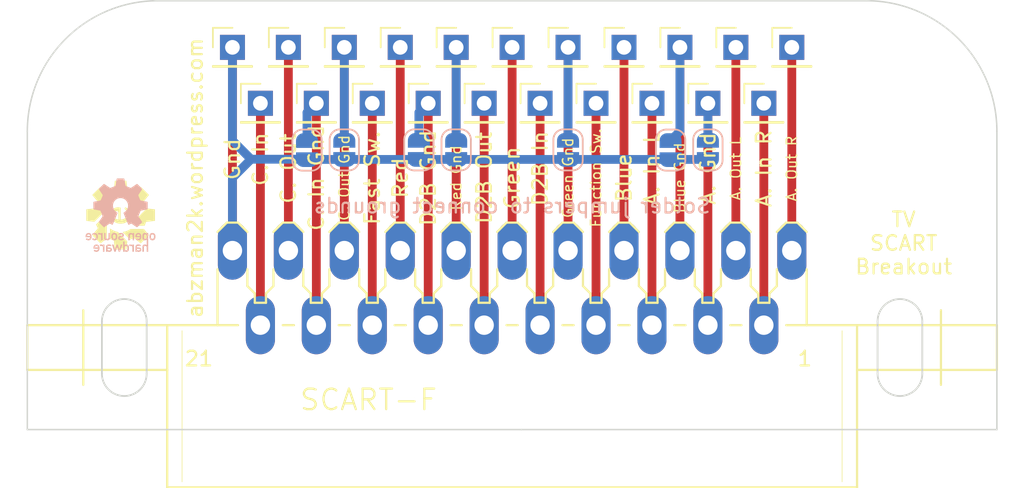
<source format=kicad_pcb>
(kicad_pcb (version 20211014) (generator pcbnew)
  (layers (0 "F.Cu" signal) (31 "B.Cu" signal) (34 "B.Paste" user) (35 "F.Paste" user) (36 "B.SilkS" user "B.Silkscreen") (37 "F.SilkS" user "F.Silkscreen") (38 "B.Mask" user) (39 "F.Mask" user) (44 "Edge.Cuts" user))
  (net 0 "")
  (net 1 "Net-(J1-Pad1)")
  (net 2 "Net-(J1-Pad2)")
  (net 3 "Net-(J16-Pad13)")
  (net 4 "Net-(J11-Pad1)")
  (net 5 "Net-(J13-Pad1)")
  (net 6 "Net-(J16-Pad19)")
  (net 7 "Net-(J16-Pad15)")
  (net 8 "Net-(J10-Pad1)")
  (net 9 "Net-(J12-Pad1)")
  (net 10 "Net-(J14-Pad1)")
  (net 11 "Net-(J15-Pad1)")
  (net 12 "Net-(J16-Pad2)")
  (net 13 "Net-(J16-Pad4)")
  (net 14 "Net-(J16-Pad6)")
  (net 15 "Net-(J16-Pad8)")
  (net 16 "Net-(J16-Pad10)")
  (net 17 "Net-(J16-Pad12)")
  (net 18 "Net-(J16-Pad14)")
  (net 19 "Net-(J16-Pad16)")
  (net 20 "Net-(J16-Pad18)")
  (net 21 "Net-(J16-Pad20)")
  (footprint "Connector_PinHeader_2.54mm:PinHeader_1x01_P2.54mm_Vertical" (layer "F.Cu") (at 146.685 161.925)
    (fp_text reference "J15" hide)
    (fp_text value "A. Out R" (at 0 8.255 90) (layer "F.SilkS") (effects (font (size 0.7 0.7) (thickness 0.1))))
    (pad "1" thru_hole rect locked (at 0 0) (size 1.7 1.7) (drill 1) (layers *.Cu *.Mask) (net 11 "Net-(J15-Pad1)"))
  )
  (footprint "Connector_PinHeader_2.54mm:PinHeader_1x01_P2.54mm_Vertical" (layer "F.Cu") (at 129.54 165.735)
    (fp_text reference "J22" hide)
    (fp_text value "D2B In" (at 0 4.445 90) (layer "F.SilkS"))
    (pad "1" thru_hole rect locked (at 0 0) (size 1.7 1.7) (drill 1) (layers *.Cu *.Mask) (net 16 "Net-(J16-Pad10)"))
  )
  (footprint "Connector_PinHeader_2.54mm:PinHeader_1x01_P2.54mm_Vertical" (layer "F.Cu") (at 118.11 165.735)
    (fp_text reference "J19" hide)
    (fp_text value "Fast Sw." (at 0 5.08 90) (layer "F.SilkS"))
    (pad "1" thru_hole rect locked (at 0 0) (size 1.7 1.7) (drill 1) (layers *.Cu *.Mask) (net 19 "Net-(J16-Pad16)"))
  )
  (footprint "Evan's misc parts:Evan Logo" (layer "F.Cu") (at 100.965 173.355 90)
    (fp_text reference "G***" hide)
    (fp_text value "LOGO" hide)
  )
  (footprint "MountingHole:MountingHole_3.2mm_M3" (layer "F.Cu") (at 102.235 165.735)
    (fp_text reference "REF**" hide)
    (fp_text value "MountingHole_3.2mm_M3")
    (pad "" np_thru_hole circle locked (at 0 0) (size 3.2 3.2) (drill 3.2) (layers *.Cu *.Mask))
  )
  (footprint "Connector_PinHeader_2.54mm:PinHeader_1x01_P2.54mm_Vertical" (layer "F.Cu") (at 110.49 165.735)
    (fp_text reference "J17" hide)
    (fp_text value "C. In" (at 0 3.81 90) (layer "F.SilkS"))
    (pad "1" thru_hole rect locked (at 0 0) (size 1.7 1.7) (drill 1) (layers *.Cu *.Mask) (net 21 "Net-(J16-Pad20)"))
  )
  (footprint "Connector_PinHeader_2.54mm:PinHeader_1x01_P2.54mm_Vertical" (layer "F.Cu") (at 121.92 165.735)
    (fp_text reference "J20" hide)
    (fp_text value "D2B Gnd" (at 0 5.08 90) (layer "F.SilkS"))
    (pad "1" thru_hole rect locked (at 0 0) (size 1.7 1.7) (drill 1) (layers *.Cu *.Mask) (net 18 "Net-(J16-Pad14)"))
  )
  (footprint "MountingHole:MountingHole_3.2mm_M3" (layer "F.Cu") (at 153.035 165.735)
    (fp_text reference "REF**" hide)
    (fp_text value "MountingHole_3.2mm_M3")
    (pad "" np_thru_hole circle locked (at 0 0) (size 3.2 3.2) (drill 3.2) (layers *.Cu *.Mask))
  )
  (footprint "Connector_PinHeader_2.54mm:PinHeader_1x01_P2.54mm_Vertical" (layer "F.Cu") (at 108.585 161.925)
    (fp_text reference "J5" hide)
    (fp_text value "Gnd" (at 0 7.62 90) (layer "F.SilkS"))
    (pad "1" thru_hole rect locked (at 0 0) (size 1.7 1.7) (drill 1) (layers *.Cu *.Mask) (net 1 "Net-(J1-Pad1)"))
  )
  (footprint "Connector_PinHeader_2.54mm:PinHeader_1x01_P2.54mm_Vertical" (layer "F.Cu") (at 133.35 165.735)
    (fp_text reference "J23" hide)
    (fp_text value "Function Sw." (at 0 5.08 90) (layer "F.SilkS") (effects (font (size 0.7 0.7) (thickness 0.1))))
    (pad "1" thru_hole rect locked (at 0 0) (size 1.7 1.7) (drill 1) (layers *.Cu *.Mask) (net 15 "Net-(J16-Pad8)"))
  )
  (footprint "Connector_PinHeader_2.54mm:PinHeader_1x01_P2.54mm_Vertical" (layer "F.Cu") (at 137.16 165.735)
    (fp_text reference "J24" hide)
    (fp_text value "A. In L" (at 0 4.445 90) (layer "F.SilkS"))
    (pad "1" thru_hole rect locked (at 0 0) (size 1.7 1.7) (drill 1) (layers *.Cu *.Mask) (net 14 "Net-(J16-Pad6)"))
  )
  (footprint "Connector_PinHeader_2.54mm:PinHeader_1x01_P2.54mm_Vertical" (layer "F.Cu") (at 114.3 165.735)
    (fp_text reference "J18" hide)
    (fp_text value "C. In Gnd" (at 0 5.08 90) (layer "F.SilkS"))
    (pad "1" thru_hole rect locked (at 0 0) (size 1.7 1.7) (drill 1) (layers *.Cu *.Mask) (net 20 "Net-(J16-Pad18)"))
  )
  (footprint "Connector_PinHeader_2.54mm:PinHeader_1x01_P2.54mm_Vertical" (layer "F.Cu") (at 116.205 161.925)
    (fp_text reference "J7" hide)
    (fp_text value "C. Out Gnd" (at 0 8.89 90) (layer "F.SilkS") (effects (font (size 0.7 0.7) (thickness 0.1))))
    (pad "1" thru_hole rect locked (at 0 0) (size 1.7 1.7) (drill 1) (layers *.Cu *.Mask) (net 2 "Net-(J1-Pad2)"))
  )
  (footprint "Connector_PinHeader_2.54mm:PinHeader_1x01_P2.54mm_Vertical" (layer "F.Cu") (at 142.875 161.925)
    (fp_text reference "J14" hide)
    (fp_text value "A. Out L" (at 0 8.255 90) (layer "F.SilkS") (effects (font (size 0.7 0.7) (thickness 0.1))))
    (pad "1" thru_hole rect locked (at 0 0) (size 1.7 1.7) (drill 1) (layers *.Cu *.Mask) (net 10 "Net-(J14-Pad1)"))
  )
  (footprint "Connector_PinHeader_2.54mm:PinHeader_1x01_P2.54mm_Vertical" (layer "F.Cu") (at 139.065 161.925)
    (fp_text reference "J13" hide)
    (fp_text value "Blue Gnd" (at 0 8.89 90) (layer "F.SilkS") (effects (font (size 0.7 0.7) (thickness 0.1))))
    (pad "1" thru_hole rect locked (at 0 0) (size 1.7 1.7) (drill 1) (layers *.Cu *.Mask) (net 5 "Net-(J13-Pad1)"))
  )
  (footprint "Connector_PinHeader_2.54mm:PinHeader_1x01_P2.54mm_Vertical" (layer "F.Cu") (at 120.015 161.925)
    (fp_text reference "J8" hide)
    (fp_text value "Red" (at 0 8.89 90) (layer "F.SilkS"))
    (pad "1" thru_hole rect locked (at 0 0) (size 1.7 1.7) (drill 1) (layers *.Cu *.Mask) (net 7 "Net-(J16-Pad15)"))
  )
  (footprint "Connector_PinHeader_2.54mm:PinHeader_1x01_P2.54mm_Vertical" (layer "F.Cu") (at 144.78 165.735)
    (fp_text reference "J26" hide)
    (fp_text value "A. In R" (at 0 4.445 90) (layer "F.SilkS"))
    (pad "1" thru_hole rect locked (at 0 0) (size 1.7 1.7) (drill 1) (layers *.Cu *.Mask) (net 12 "Net-(J16-Pad2)"))
  )
  (footprint "Evan's misc parts:SCART-F" (layer "F.Cu") (at 127.635 180.848)
    (fp_text reference "J16" hide)
    (fp_text value "SCART-F")
    (fp_text user "SCART-F" (at -9.779 5.08) (layer "F.SilkS") (effects (font (size 1.4 1.4))))
    (fp_text user "1" (at 19.939 2.286) (layer "F.SilkS"))
    (fp_text user "21" (at -21.336 2.286) (layer "F.SilkS"))
    (fp_line (start -24.892 -0.254) (end -24.892 3.302) (layer "Edge.Cuts") (width 0.12))
    (fp_line (start -27.94 -0.254) (end -27.94 3.302) (layer "Edge.Cuts") (width 0.12))
    (fp_line (start 27.94 -0.254) (end 27.94 3.302) (layer "Edge.Cuts") (width 0.12))
    (fp_line (start 24.892 3.302) (end 24.892 -0.254) (layer "Edge.Cuts") (width 0.12))
    (fp_arc (start -24.892 3.302) (mid -26.416 4.826) (end -27.94 3.302) (layer "Edge.Cuts") (width 0.12))
    (fp_arc (start 27.94 3.302) (mid 26.416 4.826) (end 24.892 3.302) (layer "Edge.Cuts") (width 0.12))
    (fp_arc (start -27.94 -0.254) (mid -26.416 -1.778) (end -24.892 -0.254) (layer "Edge.Cuts") (width 0.12))
    (fp_arc (start 24.892 -0.254) (mid 26.416 -1.778) (end 27.94 -0.254) (layer "Edge.Cuts") (width 0.12))
    (pad "1" thru_hole oval (at 19.05 -5.08) (size 1.9812 3.9624) (drill 1.3208) (layers *.Cu *.Mask) (net 11 "Net-(J15-Pad1)"))
    (pad "2" thru_hole oval (at 17.145 0) (size 1.9812 3.9624) (drill 1.3208) (layers *.Cu *.Mask) (net 12 "Net-(J16-Pad2)"))
    (pad "3" thru_hole oval (at 15.24 -5.08) (size 1.9812 3.9624) (drill 1.3208) (layers *.Cu *.Mask) (net 10 "Net-(J14-Pad1)"))
    (pad "4" thru_hole oval (at 13.335 0) (size 1.9812 3.9624) (drill 1.3208) (layers *.Cu *.Mask) (net 13 "Net-(J16-Pad4)"))
    (pad "5" thru_hole oval (at 11.43 -5.08) (size 1.9812 3.9624) (drill 1.3208) (layers *.Cu *.Mask) (net 5 "Net-(J13-Pad1)"))
    (pad "6" thru_hole oval (at 9.525 0) (size 1.9812 3.9624) (drill 1.3208) (layers *.Cu *.Mask) (net 14 "Net-(J16-Pad6)"))
    (pad "7" thru_hole oval (at 7.62 -5.08) (size 1.9812 3.9624) (drill 1.3208) (layers *.Cu *.Mask) (net 9 "Net-(J12-Pad1)"))
    (pad "8" thru_hole oval (at 5.715 0) (size 1.9812 3.9624) (drill 1.3208) (layers *.Cu *.Mask) (net 15 "Net-(J16-Pad8)"))
    (pad "9" thru_hole oval (at 3.81 -5.08) (size 1.9812 3.9624) (drill 1.3208) (layers *.Cu *.Mask) (net 4 "Net-(J11-Pad1)"))
    (pad "10" thru_hole oval (at 1.905 0) (size 1.9812 3.9624) (drill 1.3208) (layers *.Cu *.Mask) (net 16 "Net-(J16-Pad10)"))
    (pad "11" thru_hole oval (at 0 -5.08) (size 1.9812 3.9624) (drill 1.3208) (layers *.Cu *.Mask) (net 8 "Net-(J10-Pad1)"))
    (pad "12" thru_hole oval (at -1.905 0) (size 1.9812 3.9624) (drill 1.3208) (layers *.Cu *.Mask) (net 17 "Net-(J16-Pad12)"))
    (pad "13" thru_hole oval (at -3.81 -5.08) (size 1.9812 3.9624) (drill 1.3208) (layers *.Cu *.Mask) (net 3 "Net-(J16-Pad13)"))
    (pad "14" thru_hole oval (at -5.715 0) (size 1.9812 3.9624) (drill 1.3208) (layers *.Cu *.Mask) (net 18 "Net-(J16-Pad14)"))
    (pad "15" thru_hole oval (at -7.62 -5.08) (size 1.9812 3.9624) (drill 1.3208) (layers *.Cu *.Mask) (net 7 "Net-(J16-Pad15)"))
    (pad "16" thru_hole oval (at -9.525 0) (size 1.9812 3.9624) (drill 1.3208) (layers *.Cu *.Mask) (net 19 "Net-(J16-Pad16)"))
    (pad "17" thru_hole oval (at -11.43 -5.08) (size 1.9812 3.9624) (drill 1.3208) (layers *.Cu *.Mask) (net 2 "Net-(J1-Pad2)"))
    (pad "18" thru_hole oval (at -13.335 0) (size 1.9812 3.9624) (drill 1.3208) (layers *.Cu *.Mask) (net 20 "Net-(J16-Pad18)"))
    (pad "19" thru_hole oval (at -15.24 -5.08) (size 1.9812 3.9624) (drill 1.3208) (layers *.Cu *.Mask) (net 6 "Net-(J16-Pad19)"))
    (pad "20" thru_hole oval (at -17.145 0) (size 1.9812 3.9624) (drill 1.3208) (layers *.Cu *.Mask) (net 21 "Net-(J16-Pad20)"))
    (pad "21" thru_hole oval (at -19.05 -5.08) (size 1.9812 3.9624) (drill 1.3208) (layers *.Cu *.Mask) (net 1 "Net-(J1-Pad1)"))
  )
  (footprint "Connector_PinHeader_2.54mm:PinHeader_1x01_P2.54mm_Vertical" (layer "F.Cu") (at 127.635 161.925)
    (fp_text reference "J10" hide)
    (fp_text value "Green" (at 0 8.89 90) (layer "F.SilkS"))
    (pad "1" thru_hole rect locked (at 0 0) (size 1.7 1.7) (drill 1) (layers *.Cu *.Mask) (net 8 "Net-(J10-Pad1)"))
  )
  (footprint "Connector_PinHeader_2.54mm:PinHeader_1x01_P2.54mm_Vertical" (layer "F.Cu") (at 140.97 165.735)
    (fp_text reference "J25" hide)
    (fp_text value "A. Gnd" (at 0 4.445 90) (layer "F.SilkS"))
    (pad "1" thru_hole rect locked (at 0 0) (size 1.7 1.7) (drill 1) (layers *.Cu *.Mask) (net 13 "Net-(J16-Pad4)"))
  )
  (footprint "Connector_PinHeader_2.54mm:PinHeader_1x01_P2.54mm_Vertical" (layer "F.Cu") (at 135.255 161.925)
    (fp_text reference "J12" hide)
    (fp_text value "Blue" (at 0 8.89 90) (layer "F.SilkS"))
    (pad "1" thru_hole rect locked (at 0 0) (size 1.7 1.7) (drill 1) (layers *.Cu *.Mask) (net 9 "Net-(J12-Pad1)"))
  )
  (footprint "Connector_PinHeader_2.54mm:PinHeader_1x01_P2.54mm_Vertical" (layer "F.Cu") (at 131.445 161.925)
    (fp_text reference "J11" hide)
    (fp_text value "Green Gnd" (at 0 8.89 90) (layer "F.SilkS") (effects (font (size 0.7 0.7) (thickness 0.1))))
    (pad "1" thru_hole rect locked (at 0 0) (size 1.7 1.7) (drill 1) (layers *.Cu *.Mask) (net 4 "Net-(J11-Pad1)"))
  )
  (footprint "Connector_PinHeader_2.54mm:PinHeader_1x01_P2.54mm_Vertical" (layer "F.Cu") (at 112.395 161.925)
    (fp_text reference "J6" hide)
    (fp_text value "C. Out" (at 0 8.255 90) (layer "F.SilkS"))
    (pad "1" thru_hole rect locked (at 0 0) (size 1.7 1.7) (drill 1) (layers *.Cu *.Mask) (net 6 "Net-(J16-Pad19)"))
  )
  (footprint "Connector_PinHeader_2.54mm:PinHeader_1x01_P2.54mm_Vertical" (layer "F.Cu") (at 123.825 161.925)
    (fp_text reference "J9" hide)
    (fp_text value "Red Gnd" (at 0 8.89 90) (layer "F.SilkS") (effects (font (size 0.7 0.7) (thickness 0.1))))
    (pad "1" thru_hole rect locked (at 0 0) (size 1.7 1.7) (drill 1) (layers *.Cu *.Mask) (net 3 "Net-(J16-Pad13)"))
  )
  (footprint "Connector_PinHeader_2.54mm:PinHeader_1x01_P2.54mm_Vertical" (layer "F.Cu") (at 125.73 165.735)
    (fp_text reference "J21" hide)
    (fp_text value "D2B Out" (at 0 5.08 90) (layer "F.SilkS"))
    (pad "1" thru_hole rect locked (at 0 0) (size 1.7 1.7) (drill 1) (layers *.Cu *.Mask) (net 17 "Net-(J16-Pad12)"))
  )
  (footprint "Jumper:SolderJumper-2_P1.3mm_Open_RoundedPad1.0x1.5mm" (layer "B.Cu") (at 116.205 168.91 90)
    (fp_text reference "J1" hide)
    (fp_text value "Conn_01x02")
    (pad "1" smd custom locked (at -0.65 0 90) (size 1 0.5) (layers "B.Cu" "B.Mask") (net 1 "Net-(J1-Pad1)") (options (clearance outline) (anchor rect)) (primitives (gr_circle (center 0 -0.25) (end 0.5 -0.25) (width 0) (fill yes)) (gr_circle (center 0 0.25) (end 0.5 0.25) (width 0) (fill yes)) (gr_poly (pts (xy 0.5 -0.75) (xy 0 -0.75) (xy 0 0.75) (xy 0.5 0.75)) (width 0) (fill yes))))
    (pad "2" smd custom locked (at 0.65 0 90) (size 1 0.5) (layers "B.Cu" "B.Mask") (net 2 "Net-(J1-Pad2)") (options (clearance outline) (anchor rect)) (primitives (gr_circle (center 0 -0.25) (end 0.5 -0.25) (width 0) (fill yes)) (gr_circle (center 0 0.25) (end 0.5 0.25) (width 0) (fill yes)) (gr_poly (pts (xy 0 -0.75) (xy -0.5 -0.75) (xy -0.5 0.75) (xy 0 0.75)) (width 0) (fill yes))))
  )
  (footprint "Jumper:SolderJumper-2_P1.3mm_Open_RoundedPad1.0x1.5mm" (layer "B.Cu") (at 121.285 168.91 -90)
    (fp_text reference "J28" hide)
    (fp_text value "Conn_01x02")
    (pad "1" smd custom locked (at -0.65 0 270) (size 1 0.5) (layers "B.Cu" "B.Mask") (net 18 "Net-(J16-Pad14)") (options (clearance outline) (anchor rect)) (primitives (gr_circle (center 0 -0.25) (end 0.5 -0.25) (width 0) (fill yes)) (gr_circle (center 0 0.25) (end 0.5 0.25) (width 0) (fill yes)) (gr_poly (pts (xy 0.5 -0.75) (xy 0 -0.75) (xy 0 0.75) (xy 0.5 0.75)) (width 0) (fill yes))))
    (pad "2" smd custom locked (at 0.65 0 270) (size 1 0.5) (layers "B.Cu" "B.Mask") (net 1 "Net-(J1-Pad1)") (options (clearance outline) (anchor rect)) (primitives (gr_circle (center 0 -0.25) (end 0.5 -0.25) (width 0) (fill yes)) (gr_circle (center 0 0.25) (end 0.5 0.25) (width 0) (fill yes)) (gr_poly (pts (xy 0 -0.75) (xy -0.5 -0.75) (xy -0.5 0.75) (xy 0 0.75)) (width 0) (fill yes))))
  )
  (footprint "Jumper:SolderJumper-2_P1.3mm_Open_RoundedPad1.0x1.5mm" (layer "B.Cu") (at 113.665 168.925 -90)
    (fp_text reference "J27" hide)
    (fp_text value "Conn_01x02")
    (pad "1" smd custom locked (at -0.65 0 270) (size 1 0.5) (layers "B.Cu" "B.Mask") (net 20 "Net-(J16-Pad18)") (options (clearance outline) (anchor rect)) (primitives (gr_circle (center 0 -0.25) (end 0.5 -0.25) (width 0) (fill yes)) (gr_circle (center 0 0.25) (end 0.5 0.25) (width 0) (fill yes)) (gr_poly (pts (xy 0.5 -0.75) (xy 0 -0.75) (xy 0 0.75) (xy 0.5 0.75)) (width 0) (fill yes))))
    (pad "2" smd custom locked (at 0.65 0 270) (size 1 0.5) (layers "B.Cu" "B.Mask") (net 1 "Net-(J1-Pad1)") (options (clearance outline) (anchor rect)) (primitives (gr_circle (center 0 -0.25) (end 0.5 -0.25) (width 0) (fill yes)) (gr_circle (center 0 0.25) (end 0.5 0.25) (width 0) (fill yes)) (gr_poly (pts (xy 0 -0.75) (xy -0.5 -0.75) (xy -0.5 0.75) (xy 0 0.75)) (width 0) (fill yes))))
  )
  (footprint "Jumper:SolderJumper-2_P1.3mm_Open_RoundedPad1.0x1.5mm" (layer "B.Cu") (at 131.445 168.91 90)
    (fp_text reference "J3" hide)
    (fp_text value "Conn_01x02")
    (pad "1" smd custom locked (at -0.65 0 90) (size 1 0.5) (layers "B.Cu" "B.Mask") (net 1 "Net-(J1-Pad1)") (options (clearance outline) (anchor rect)) (primitives (gr_circle (center 0 -0.25) (end 0.5 -0.25) (width 0) (fill yes)) (gr_circle (center 0 0.25) (end 0.5 0.25) (width 0) (fill yes)) (gr_poly (pts (xy 0.5 -0.75) (xy 0 -0.75) (xy 0 0.75) (xy 0.5 0.75)) (width 0) (fill yes))))
    (pad "2" smd custom locked (at 0.65 0 90) (size 1 0.5) (layers "B.Cu" "B.Mask") (net 4 "Net-(J11-Pad1)") (options (clearance outline) (anchor rect)) (primitives (gr_circle (center 0 -0.25) (end 0.5 -0.25) (width 0) (fill yes)) (gr_circle (center 0 0.25) (end 0.5 0.25) (width 0) (fill yes)) (gr_poly (pts (xy 0 -0.75) (xy -0.5 -0.75) (xy -0.5 0.75) (xy 0 0.75)) (width 0) (fill yes))))
  )
  (footprint "Jumper:SolderJumper-2_P1.3mm_Open_RoundedPad1.0x1.5mm" (layer "B.Cu") (at 138.43 168.925 90)
    (fp_text reference "J4" hide)
    (fp_text value "Conn_01x02")
    (pad "1" smd custom locked (at -0.65 0 90) (size 1 0.5) (layers "B.Cu" "B.Mask") (net 1 "Net-(J1-Pad1)") (options (clearance outline) (anchor rect)) (primitives (gr_circle (center 0 -0.25) (end 0.5 -0.25) (width 0) (fill yes)) (gr_circle (center 0 0.25) (end 0.5 0.25) (width 0) (fill yes)) (gr_poly (pts (xy 0.5 -0.75) (xy 0 -0.75) (xy 0 0.75) (xy 0.5 0.75)) (width 0) (fill yes))))
    (pad "2" smd custom locked (at 0.65 0 90) (size 1 0.5) (layers "B.Cu" "B.Mask") (net 5 "Net-(J13-Pad1)") (options (clearance outline) (anchor rect)) (primitives (gr_circle (center 0 -0.25) (end 0.5 -0.25) (width 0) (fill yes)) (gr_circle (center 0 0.25) (end 0.5 0.25) (width 0) (fill yes)) (gr_poly (pts (xy 0 -0.75) (xy -0.5 -0.75) (xy -0.5 0.75) (xy 0 0.75)) (width 0) (fill yes))))
  )
  (footprint "Evan's misc parts:OSHW gear" (layer "B.Cu") (at 100.965 173.355 180)
    (fp_text reference "G***" hide)
    (fp_text value "LOGO" hide)
  )
  (footprint "Jumper:SolderJumper-2_P1.3mm_Open_RoundedPad1.0x1.5mm" (layer "B.Cu") (at 123.825 168.91 90)
    (fp_text reference "J2" hide)
    (fp_text value "Conn_01x02")
    (pad "1" smd custom locked (at -0.65 0 90) (size 1 0.5) (layers "B.Cu" "B.Mask") (net 1 "Net-(J1-Pad1)") (options (clearance outline) (anchor rect)) (primitives (gr_circle (center 0 -0.25) (end 0.5 -0.25) (width 0) (fill yes)) (gr_circle (center 0 0.25) (end 0.5 0.25) (width 0) (fill yes)) (gr_poly (pts (xy 0.5 -0.75) (xy 0 -0.75) (xy 0 0.75) (xy 0.5 0.75)) (width 0) (fill yes))))
    (pad "2" smd custom locked (at 0.65 0 90) (size 1 0.5) (layers "B.Cu" "B.Mask") (net 3 "Net-(J16-Pad13)") (options (clearance outline) (anchor rect)) (primitives (gr_circle (center 0 -0.25) (end 0.5 -0.25) (width 0) (fill yes)) (gr_circle (center 0 0.25) (end 0.5 0.25) (width 0) (fill yes)) (gr_poly (pts (xy 0 -0.75) (xy -0.5 -0.75) (xy -0.5 0.75) (xy 0 0.75)) (width 0) (fill yes))))
  )
  (footprint "Jumper:SolderJumper-2_P1.3mm_Open_RoundedPad1.0x1.5mm" (layer "B.Cu") (at 140.97 168.91 -90)
    (fp_text reference "J29" hide)
    (fp_text value "Conn_01x02")
    (pad "1" smd custom locked (at -0.65 0 270) (size 1 0.5) (layers "B.Cu" "B.Mask") (net 13 "Net-(J16-Pad4)") (options (clearance outline) (anchor rect)) (primitives (gr_circle (center 0 -0.25) (end 0.5 -0.25) (width 0) (fill yes)) (gr_circle (center 0 0.25) (end 0.5 0.25) (width 0) (fill yes)) (gr_poly (pts (xy 0.5 -0.75) (xy 0 -0.75) (xy 0 0.75) (xy 0.5 0.75)) (width 0) (fill yes))))
    (pad "2" smd custom locked (at 0.65 0 270) (size 1 0.5) (layers "B.Cu" "B.Mask") (net 1 "Net-(J1-Pad1)") (options (clearance outline) (anchor rect)) (primitives (gr_circle (center 0 -0.25) (end 0.5 -0.25) (width 0) (fill yes)) (gr_circle (center 0 0.25) (end 0.5 0.25) (width 0) (fill yes)) (gr_poly (pts (xy 0 -0.75) (xy -0.5 -0.75) (xy -0.5 0.75) (xy 0 0.75)) (width 0) (fill yes))))
  )
  (gr_line (start 128.27 187.96) (end 160.655 187.96) (layer "Edge.Cuts") (width 0.1))
  (gr_line (start 160.655 180.975) (end 160.655 167.64) (layer "Edge.Cuts") (width 0.1))
  (gr_line (start 103.505 158.75) (end 151.765 158.75) (layer "Edge.Cuts") (width 0.1))
  (gr_line (start 94.615 187.96) (end 128.27 187.96) (layer "Edge.Cuts") (width 0.1))
  (gr_line (start 160.655 187.96) (end 160.655 180.975) (layer "Edge.Cuts") (width 0.1))
  (gr_line (start 94.615 180.975) (end 94.615 167.64) (layer "Edge.Cuts") (width 0.1))
  (gr_arc (start 151.765 158.75) (mid 158.051179 161.353821) (end 160.655 167.64) (layer "Edge.Cuts") (width 0.1))
  (gr_line (start 94.615 187.96) (end 94.615 180.975) (layer "Edge.Cuts") (width 0.1))
  (gr_arc (start 94.615 167.64) (mid 97.218821 161.353821) (end 103.505 158.75) (layer "Edge.Cuts") (width 0.1))
  (gr_text "Solder jumpers to connect grounds" (at 127.635 172.72) (layer "B.SilkS") (effects (font (size 1 1)) (justify mirror)))
  (gr_text "TV\nSCART\nBreakout" (at 154.305 175.26) (layer "F.SilkS") (effects (font (size 1 1))))
  (gr_text "abzman2k.wordpress.com" (at 106.045 170.815 90) (layer "F.SilkS") (effects (font (size 1 1))))
  (segment (start 108.585 175.768) (end 108.585 161.925) (width 0.6) (layer "F.Cu") (net 1))
  (segment (start 108.585 168.275) (end 108.585 161.925) (width 0.6) (layer "B.Cu") (net 1))
  (segment (start 113.665 169.575) (end 113.635 169.545) (width 0.6) (layer "B.Cu") (net 1))
  (segment (start 113.635 169.545) (end 109.855 169.545) (width 0.6) (layer "B.Cu") (net 1))
  (segment (start 140.97 169.56) (end 113.68 169.56) (width 0.6) (layer "B.Cu") (net 1))
  (segment (start 113.68 169.56) (end 113.665 169.575) (width 0.6) (layer "B.Cu") (net 1))
  (segment (start 108.585 170.815) (end 109.855 169.545) (width 0.6) (layer "B.Cu") (net 1))
  (segment (start 108.585 175.768) (end 108.585 170.815) (width 0.6) (layer "B.Cu") (net 1))
  (segment (start 109.855 169.545) (end 108.585 168.275) (width 0.6) (layer "B.Cu") (net 1))
  (segment (start 116.205 175.768) (end 116.205 161.925) (width 0.6) (layer "F.Cu") (net 2))
  (segment (start 116.205 168.26) (end 116.205 161.925) (width 0.6) (layer "B.Cu") (net 2))
  (segment (start 123.825 175.768) (end 123.825 161.925) (width 0.6) (layer "F.Cu") (net 3))
  (segment (start 123.825 168.26) (end 123.825 161.925) (width 0.6) (layer "B.Cu") (net 3))
  (segment (start 131.445 161.925) (end 131.445 175.768) (width 0.6) (layer "F.Cu") (net 4))
  (segment (start 131.445 168.26) (end 131.445 161.925) (width 0.6) (layer "B.Cu") (net 4))
  (segment (start 139.065 161.925) (end 139.065 175.768) (width 0.6) (layer "F.Cu") (net 5))
  (segment (start 139.065 167.64) (end 139.065 161.925) (width 0.6) (layer "B.Cu") (net 5))
  (segment (start 138.43 168.275) (end 139.065 167.64) (width 0.6) (layer "B.Cu") (net 5))
  (segment (start 112.395 175.768) (end 112.395 161.925) (width 0.6) (layer "F.Cu") (net 6))
  (segment (start 120.015 175.768) (end 120.015 161.925) (width 0.6) (layer "F.Cu") (net 7))
  (segment (start 127.635 161.925) (end 127.635 175.768) (width 0.6) (layer "F.Cu") (net 8))
  (segment (start 135.255 161.925) (end 135.255 175.768) (width 0.6) (layer "F.Cu") (net 9))
  (segment (start 142.875 161.925) (end 142.875 175.768) (width 0.6) (layer "F.Cu") (net 10))
  (segment (start 146.685 161.925) (end 146.685 175.768) (width 0.6) (layer "F.Cu") (net 11))
  (segment (start 144.78 165.735) (end 144.78 180.848) (width 0.6) (layer "F.Cu") (net 12))
  (segment (start 140.97 165.735) (end 140.97 180.848) (width 0.6) (layer "F.Cu") (net 13))
  (segment (start 140.97 168.26) (end 140.97 165.735) (width 0.6) (layer "B.Cu") (net 13))
  (segment (start 137.16 165.735) (end 137.16 180.848) (width 0.6) (layer "F.Cu") (net 14))
  (segment (start 133.35 165.735) (end 133.35 180.848) (width 0.6) (layer "F.Cu") (net 15))
  (segment (start 129.54 165.735) (end 129.54 180.848) (width 0.6) (layer "F.Cu") (net 16))
  (segment (start 125.73 165.735) (end 125.73 180.848) (width 0.6) (layer "F.Cu") (net 17))
  (segment (start 121.92 165.735) (end 121.92 180.848) (width 0.6) (layer "F.Cu") (net 18))
  (segment (start 121.285 168.26) (end 121.285 166.37) (width 0.6) (layer "B.Cu") (net 18))
  (segment (start 121.285 166.37) (end 121.92 165.735) (width 0.6) (layer "B.Cu") (net 18))
  (segment (start 118.11 165.735) (end 118.11 180.848) (width 0.6) (layer "F.Cu") (net 19))
  (segment (start 114.3 165.735) (end 114.3 180.848) (width 0.6) (layer "F.Cu") (net 20))
  (segment (start 113.665 166.37) (end 114.3 165.735) (width 0.6) (layer "B.Cu") (net 20))
  (segment (start 113.665 168.275) (end 113.665 166.37) (width 0.6) (layer "B.Cu") (net 20))
  (segment (start 110.49 165.735) (end 110.49 180.848) (width 0.6) (layer "F.Cu") (net 21))
)
</source>
